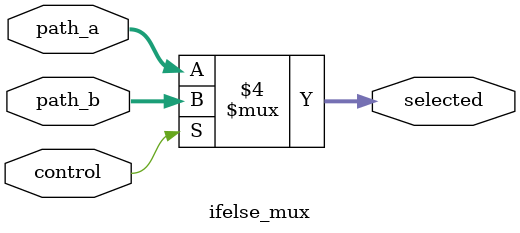
<source format=sv>
module ifelse_mux (
    input wire control,           // Control signal
    input wire [3:0] path_a, path_b, // Data paths
    output reg [3:0] selected     // Output data path
);
    always @(*) begin
        if (control == 1'b0)
            selected = path_a;    // Select path A
        else
            selected = path_b;    // Select path B
    end
endmodule
</source>
